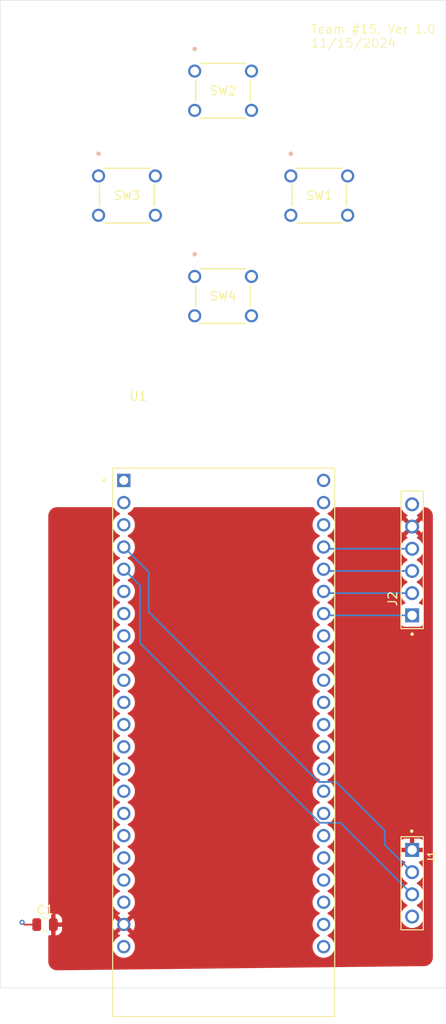
<source format=kicad_pcb>
(kicad_pcb (version 20240108) (generator "pcbnew") (generator_version "8.0")
  (layers (0 "F.Cu" signal) (1 "In1.Cu" signal) (2 "In2.Cu" signal) (31 "B.Cu" signal) (34 "B.Paste" user) (35 "F.Paste" user) (36 "B.SilkS" user "B.Silkscreen") (37 "F.SilkS" user "F.Silkscreen") (38 "B.Mask" user) (39 "F.Mask" user) (44 "Edge.Cuts" user))
  (net 0 "")
  (net 1 "/5V")
  (net 2 "GND")
  (net 3 "/SCL")
  (net 4 "/SDA")
  (net 5 "/SCK")
  (net 6 "/MOSI")
  (net 7 "/CS")
  (net 8 "/MISO")
  (net 9 "/IO14")
  (net 10 "/IO10")
  (net 11 "/IO15")
  (net 12 "/IO13")
  (net 15 "Net-(U1-3V3-PadJ1_1)")
  (footprint "b3f-1020:SW_B3F-1000_OMR" (layer "F.Cu") (at 110.249999 58.6049)
    (property "Reference" "SW2" (at 3.250001 2.250001 0) (layer "F.SilkS"))
    (property "Value" "B3F-1020")
    (fp_circle (center 0 -2.54) (end 0.127 -2.54) (stroke (width 0.254)) (fill none) (layer "B.SilkS"))
    (fp_line (start 0.122999 1.079756) (end 0.122999 3.420245) (stroke (width 0.1524)) (layer "F.SilkS"))
    (fp_line (start 0.641772 5.377002) (end 5.85823 5.377002) (stroke (width 0.1524)) (layer "F.SilkS"))
    (fp_line (start 5.85823 -0.877001) (end 0.641772 -0.877001) (stroke (width 0.1524)) (layer "F.SilkS"))
    (fp_line (start 6.377003 3.420245) (end 6.377003 1.079756) (stroke (width 0.1524)) (layer "F.SilkS"))
    (fp_circle (center 0 -2.54) (end 0.127 -2.54) (stroke (width 0.254)) (fill none) (layer "F.SilkS"))
    (pad "1" thru_hole circle (at 0 0) (size 1.507998 1.507998) (drill 0.999998) (layers "*.Cu" "*.Mask") (net 10 "/IO10"))
    (pad "2" thru_hole circle (at 6.500002 0) (size 1.507998 1.507998) (drill 0.999998) (layers "*.Cu" "*.Mask") (net 10 "/IO10"))
    (pad "3" thru_hole circle (at 0 4.500001) (size 1.507998 1.507998) (drill 0.999998) (layers "*.Cu" "*.Mask") (net 2 "GND"))
    (pad "4" thru_hole circle (at 6.500002 4.500001) (size 1.507998 1.507998) (drill 0.999998) (layers "*.Cu" "*.Mask") (net 2 "GND"))
  )
  (footprint "PPTC041LFBN_RC:SULLINS_PPTC041LFBN-RC" (layer "F.Cu") (at 135.1282 151.529 -90)
    (property "Reference" "J1" (at -3.02 -2.208 90) (layer "F.SilkS") (effects (font (size 0.8 0.8))))
    (property "Value" "Conn_01x04_Socket")
    (fp_line (start -5.33 1.27) (end 5.33 1.27) (stroke (width 0.127)) (layer "F.SilkS"))
    (fp_line (start 5.33 1.27) (end 5.33 -1.27) (stroke (width 0.127)) (layer "F.SilkS"))
    (fp_line (start -5.33 -1.27) (end -5.33 1.27) (stroke (width 0.127)) (layer "F.SilkS"))
    (fp_line (start 5.33 -1.27) (end -5.33 -1.27) (stroke (width 0.127)) (layer "F.SilkS"))
    (fp_circle (center -5.96 0.05) (end -5.86 0.05) (stroke (width 0.2)) (fill none) (layer "F.SilkS"))
    (pad "1" thru_hole rect (at -3.81 0 270) (size 1.605 1.605) (drill 1.07) (layers "*.Cu" "*.Mask") (net 1 "/5V"))
    (pad "2" thru_hole circle (at -1.27 0 270) (size 1.605 1.605) (drill 1.07) (layers "*.Cu" "*.Mask") (net 4 "/SDA"))
    (pad "3" thru_hole circle (at 1.27 0 270) (size 1.605 1.605) (drill 1.07) (layers "*.Cu" "*.Mask") (net 3 "/SCL"))
    (pad "4" thru_hole circle (at 3.81 0 270) (size 1.605 1.605) (drill 1.07) (layers "*.Cu" "*.Mask") (net 2 "GND"))
  )
  (footprint "ESP32-S3-DEVKITC-1-N8R2:XCVR_ESP32-S3-DEVKITC-1-N8R2" (layer "F.Cu") (at 113.57 135.41)
    (property "Reference" "U1" (at -9.775 -39.605 0) (layer "F.SilkS"))
    (property "Value" "ESP32-S3-DEVKITC-1-N8R2")
    (fp_line (start -12.7 -31.37) (end 12.7 -31.37) (stroke (width 0.127)) (layer "F.SilkS"))
    (fp_line (start -12.7 31.37) (end -12.7 -31.37) (stroke (width 0.127)) (layer "F.SilkS"))
    (fp_line (start 12.7 -31.37) (end 12.7 31.37) (stroke (width 0.127)) (layer "F.SilkS"))
    (fp_line (start 12.7 31.37) (end -12.7 31.37) (stroke (width 0.127)) (layer "F.SilkS"))
    (fp_circle (center -13.716 -29.972) (end -13.616 -29.972) (stroke (width 0.2)) (fill none) (layer "F.SilkS"))
    (pad "J1_1" thru_hole rect (at -11.43 -29.97) (size 1.53 1.53) (drill 1.02) (layers "*.Cu" "*.Mask") (net 15 "Net-(U1-3V3-PadJ1_1)"))
    (pad "J1_2" thru_hole circle (at -11.43 -27.43) (size 1.53 1.53) (drill 1.02) (layers "*.Cu" "*.Mask") (net 15 "Net-(U1-3V3-PadJ1_1)"))
    (pad "J1_3" thru_hole circle (at -11.43 -24.89) (size 1.53 1.53) (drill 1.02) (layers "*.Cu" "*.Mask"))
    (pad "J1_4" thru_hole circle (at -11.43 -22.35) (size 1.53 1.53) (drill 1.02) (layers "*.Cu" "*.Mask") (net 4 "/SDA"))
    (pad "J1_5" thru_hole circle (at -11.43 -19.81) (size 1.53 1.53) (drill 1.02) (layers "*.Cu" "*.Mask") (net 3 "/SCL"))
    (pad "J1_6" thru_hole circle (at -11.43 -17.27) (size 1.53 1.53) (drill 1.02) (layers "*.Cu" "*.Mask"))
    (pad "J1_7" thru_hole circle (at -11.43 -14.73) (size 1.53 1.53) (drill 1.02) (layers "*.Cu" "*.Mask"))
    (pad "J1_8" thru_hole circle (at -11.43 -12.19) (size 1.53 1.53) (drill 1.02) (layers "*.Cu" "*.Mask") (net 11 "/IO15"))
    (pad "J1_9" thru_hole circle (at -11.43 -9.65) (size 1.53 1.53) (drill 1.02) (layers "*.Cu" "*.Mask"))
    (pad "J1_10" thru_hole circle (at -11.43 -7.11) (size 1.53 1.53) (drill 1.02) (layers "*.Cu" "*.Mask"))
    (pad "J1_11" thru_hole circle (at -11.43 -4.57) (size 1.53 1.53) (drill 1.02) (layers "*.Cu" "*.Mask"))
    (pad "J1_12" thru_hole circle (at -11.43 -2.03) (size 1.53 1.53) (drill 1.02) (layers "*.Cu" "*.Mask"))
    (pad "J1_13" thru_hole circle (at -11.43 0.51) (size 1.53 1.53) (drill 1.02) (layers "*.Cu" "*.Mask"))
    (pad "J1_14" thru_hole circle (at -11.43 3.05) (size 1.53 1.53) (drill 1.02) (layers "*.Cu" "*.Mask"))
    (pad "J1_15" thru_hole circle (at -11.43 5.59) (size 1.53 1.53) (drill 1.02) (layers "*.Cu" "*.Mask"))
    (pad "J1_16" thru_hole circle (at -11.43 8.13) (size 1.53 1.53) (drill 1.02) (layers "*.Cu" "*.Mask") (net 10 "/IO10"))
    (pad "J1_17" thru_hole circle (at -11.43 10.67) (size 1.53 1.53) (drill 1.02) (layers "*.Cu" "*.Mask"))
    (pad "J1_18" thru_hole circle (at -11.43 13.21) (size 1.53 1.53) (drill 1.02) (layers "*.Cu" "*.Mask"))
    (pad "J1_19" thru_hole circle (at -11.43 15.75) (size 1.53 1.53) (drill 1.02) (layers "*.Cu" "*.Mask") (net 12 "/IO13"))
    (pad "J1_20" thru_hole circle (at -11.43 18.29) (size 1.53 1.53) (drill 1.02) (layers "*.Cu" "*.Mask") (net 9 "/IO14"))
    (pad "J1_21" thru_hole circle (at -11.43 20.83) (size 1.53 1.53) (drill 1.02) (layers "*.Cu" "*.Mask") (net 1 "/5V"))
    (pad "J1_22" thru_hole circle (at -11.43 23.37) (size 1.53 1.53) (drill 1.02) (layers "*.Cu" "*.Mask") (net 2 "GND"))
    (pad "J3_1" thru_hole circle (at 11.43 -29.97) (size 1.53 1.53) (drill 1.02) (layers "*.Cu" "*.Mask") (net 2 "GND"))
    (pad "J3_2" thru_hole circle (at 11.43 -27.43) (size 1.53 1.53) (drill 1.02) (layers "*.Cu" "*.Mask"))
    (pad "J3_3" thru_hole circle (at 11.43 -24.89) (size 1.53 1.53) (drill 1.02) (layers "*.Cu" "*.Mask"))
    (pad "J3_4" thru_hole circle (at 11.43 -22.35) (size 1.53 1.53) (drill 1.02) (layers "*.Cu" "*.Mask") (net 8 "/MISO"))
    (pad "J3_5" thru_hole circle (at 11.43 -19.81) (size 1.53 1.53) (drill 1.02) (layers "*.Cu" "*.Mask") (net 6 "/MOSI"))
    (pad "J3_6" thru_hole circle (at 11.43 -17.27) (size 1.53 1.53) (drill 1.02) (layers "*.Cu" "*.Mask") (net 5 "/SCK"))
    (pad "J3_7" thru_hole circle (at 11.43 -14.73) (size 1.53 1.53) (drill 1.02) (layers "*.Cu" "*.Mask") (net 7 "/CS"))
    (pad "J3_8" thru_hole circle (at 11.43 -12.19) (size 1.53 1.53) (drill 1.02) (layers "*.Cu" "*.Mask"))
    (pad "J3_9" thru_hole circle (at 11.43 -9.65) (size 1.53 1.53) (drill 1.02) (layers "*.Cu" "*.Mask"))
    (pad "J3_10" thru_hole circle (at 11.43 -7.11) (size 1.53 1.53) (drill 1.02) (layers "*.Cu" "*.Mask"))
    (pad "J3_11" thru_hole circle (at 11.43 -4.57) (size 1.53 1.53) (drill 1.02) (layers "*.Cu" "*.Mask"))
    (pad "J3_12" thru_hole circle (at 11.43 -2.03) (size 1.53 1.53) (drill 1.02) (layers "*.Cu" "*.Mask"))
    (pad "J3_13" thru_hole circle (at 11.43 0.51) (size 1.53 1.53) (drill 1.02) (layers "*.Cu" "*.Mask"))
    (pad "J3_14" thru_hole circle (at 11.43 3.05) (size 1.53 1.53) (drill 1.02) (layers "*.Cu" "*.Mask"))
    (pad "J3_15" thru_hole circle (at 11.43 5.59) (size 1.53 1.53) (drill 1.02) (layers "*.Cu" "*.Mask"))
    (pad "J3_16" thru_hole circle (at 11.43 8.13) (size 1.53 1.53) (drill 1.02) (layers "*.Cu" "*.Mask"))
    (pad "J3_17" thru_hole circle (at 11.43 10.67) (size 1.53 1.53) (drill 1.02) (layers "*.Cu" "*.Mask"))
    (pad "J3_18" thru_hole circle (at 11.43 13.21) (size 1.53 1.53) (drill 1.02) (layers "*.Cu" "*.Mask"))
    (pad "J3_19" thru_hole circle (at 11.43 15.75) (size 1.53 1.53) (drill 1.02) (layers "*.Cu" "*.Mask"))
    (pad "J3_20" thru_hole circle (at 11.43 18.29) (size 1.53 1.53) (drill 1.02) (layers "*.Cu" "*.Mask"))
    (pad "J3_21" thru_hole circle (at 11.43 20.83) (size 1.53 1.53) (drill 1.02) (layers "*.Cu" "*.Mask") (net 2 "GND"))
    (pad "J3_22" thru_hole circle (at 11.43 23.37) (size 1.53 1.53) (drill 1.02) (layers "*.Cu" "*.Mask") (net 2 "GND"))
  )
  (footprint "b3f-1020:SW_B3F-1000_OMR" (layer "F.Cu") (at 110.249999 82.1049)
    (property "Reference" "SW4" (at 3.250001 2.250001 0) (layer "F.SilkS"))
    (property "Value" "B3F-1020")
    (fp_circle (center 0 -2.54) (end 0.127 -2.54) (stroke (width 0.254)) (fill none) (layer "B.SilkS"))
    (fp_line (start 0.122999 1.079756) (end 0.122999 3.420245) (stroke (width 0.1524)) (layer "F.SilkS"))
    (fp_line (start 0.641772 5.377002) (end 5.85823 5.377002) (stroke (width 0.1524)) (layer "F.SilkS"))
    (fp_line (start 5.85823 -0.877001) (end 0.641772 -0.877001) (stroke (width 0.1524)) (layer "F.SilkS"))
    (fp_line (start 6.377003 3.420245) (end 6.377003 1.079756) (stroke (width 0.1524)) (layer "F.SilkS"))
    (fp_circle (center 0 -2.54) (end 0.127 -2.54) (stroke (width 0.254)) (fill none) (layer "F.SilkS"))
    (pad "1" thru_hole circle (at 0 0) (size 1.507998 1.507998) (drill 0.999998) (layers "*.Cu" "*.Mask") (net 12 "/IO13"))
    (pad "2" thru_hole circle (at 6.500002 0) (size 1.507998 1.507998) (drill 0.999998) (layers "*.Cu" "*.Mask") (net 12 "/IO13"))
    (pad "3" thru_hole circle (at 0 4.500001) (size 1.507998 1.507998) (drill 0.999998) (layers "*.Cu" "*.Mask") (net 2 "GND"))
    (pad "4" thru_hole circle (at 6.500002 4.500001) (size 1.507998 1.507998) (drill 0.999998) (layers "*.Cu" "*.Mask") (net 2 "GND"))
  )
  (footprint "PPTC061LFBN_RC(1):SULLINS_PPTC061LFBN-RC" (layer "F.Cu") (at 135.1282 114.529 90)
    (property "Reference" "J2" (at -4.445 -2.2225 90) (layer "F.SilkS"))
    (property "Value" "Conn_01x06_Socket")
    (fp_line (start 7.87 -1.27) (end -7.87 -1.27) (stroke (width 0.127)) (layer "F.SilkS"))
    (fp_line (start -7.87 -1.27) (end -7.87 1.27) (stroke (width 0.127)) (layer "F.SilkS"))
    (fp_line (start 7.87 1.27) (end 7.87 -1.27) (stroke (width 0.127)) (layer "F.SilkS"))
    (fp_line (start -7.87 1.27) (end 7.87 1.27) (stroke (width 0.127)) (layer "F.SilkS"))
    (fp_circle (center -8.5 0) (end -8.4 0) (stroke (width 0.2)) (fill none) (layer "F.SilkS"))
    (pad "1" thru_hole rect (at -6.35 0 90) (size 1.605 1.605) (drill 1.07) (layers "*.Cu" "*.Mask") (net 7 "/CS"))
    (pad "2" thru_hole circle (at -3.81 0 90) (size 1.605 1.605) (drill 1.07) (layers "*.Cu" "*.Mask") (net 5 "/SCK"))
    (pad "3" thru_hole circle (at -1.27 0 90) (size 1.605 1.605) (drill 1.07) (layers "*.Cu" "*.Mask") (net 6 "/MOSI"))
    (pad "4" thru_hole circle (at 1.27 0 90) (size 1.605 1.605) (drill 1.07) (layers "*.Cu" "*.Mask") (net 8 "/MISO"))
    (pad "5" thru_hole circle (at 3.81 0 90) (size 1.605 1.605) (drill 1.07) (layers "*.Cu" "*.Mask") (net 1 "/5V"))
    (pad "6" thru_hole circle (at 6.35 0 90) (size 1.605 1.605) (drill 1.07) (layers "*.Cu" "*.Mask") (net 2 "GND"))
  )
  (footprint "Capacitor_SMD:C_0805_2012Metric" (layer "F.Cu") (at 93.1282 156.259)
    (property "Reference" "C1" (at 0 -1.68 0) (layer "F.SilkS"))
    (property "Value" "100pF, 0.1nF")
    (fp_line (start -0.261252 -0.735) (end 0.261252 -0.735) (stroke (width 0.12)) (layer "F.SilkS"))
    (fp_line (start -0.261252 0.735) (end 0.261252 0.735) (stroke (width 0.12)) (layer "F.SilkS"))
    (pad "1" smd roundrect (at -0.95 0) (size 1 1.45) (layers "F.Cu" "F.Paste" "F.Mask") (net 2 "GND"))
    (pad "2" smd roundrect (at 0.95 0) (size 1 1.45) (layers "F.Cu" "F.Paste" "F.Mask") (net 1 "/5V"))
  )
  (footprint "b3f-1020:SW_B3F-1000_OMR" (layer "F.Cu") (at 121.249999 70.6049)
    (property "Reference" "SW1" (at 3.250001 2.250001 0) (layer "F.SilkS"))
    (property "Value" "B3F-1020")
    (fp_circle (center 0 -2.54) (end 0.127 -2.54) (stroke (width 0.254)) (fill none) (layer "B.SilkS"))
    (fp_line (start 0.122999 1.079756) (end 0.122999 3.420245) (stroke (width 0.1524)) (layer "F.SilkS"))
    (fp_line (start 0.641772 5.377002) (end 5.85823 5.377002) (stroke (width 0.1524)) (layer "F.SilkS"))
    (fp_line (start 5.85823 -0.877001) (end 0.641772 -0.877001) (stroke (width 0.1524)) (layer "F.SilkS"))
    (fp_line (start 6.377003 3.420245) (end 6.377003 1.079756) (stroke (width 0.1524)) (layer "F.SilkS"))
    (fp_circle (center 0 -2.54) (end 0.127 -2.54) (stroke (width 0.254)) (fill none) (layer "F.SilkS"))
    (pad "1" thru_hole circle (at 0 0) (size 1.507998 1.507998) (drill 0.999998) (layers "*.Cu" "*.Mask") (net 9 "/IO14"))
    (pad "2" thru_hole circle (at 6.500002 0) (size 1.507998 1.507998) (drill 0.999998) (layers "*.Cu" "*.Mask") (net 9 "/IO14"))
    (pad "3" thru_hole circle (at 0 4.500001) (size 1.507998 1.507998) (drill 0.999998) (layers "*.Cu" "*.Mask") (net 2 "GND"))
    (pad "4" thru_hole circle (at 6.500002 4.500001) (size 1.507998 1.507998) (drill 0.999998) (layers "*.Cu" "*.Mask") (net 2 "GND"))
  )
  (footprint "b3f-1020:SW_B3F-1000_OMR" (layer "F.Cu") (at 99.249999 70.6049)
    (property "Reference" "SW3" (at 3.250001 2.250001 0) (layer "F.SilkS"))
    (property "Value" "B3F-1020")
    (fp_circle (center 0 -2.54) (end 0.127 -2.54) (stroke (width 0.254)) (fill none) (layer "B.SilkS"))
    (fp_line (start 0.122999 1.079756) (end 0.122999 3.420245) (stroke (width 0.1524)) (layer "F.SilkS"))
    (fp_line (start 0.641772 5.377002) (end 5.85823 5.377002) (stroke (width 0.1524)) (layer "F.SilkS"))
    (fp_line (start 5.85823 -0.877001) (end 0.641772 -0.877001) (stroke (width 0.1524)) (layer "F.SilkS"))
    (fp_line (start 6.377003 3.420245) (end 6.377003 1.079756) (stroke (width 0.1524)) (layer "F.SilkS"))
    (fp_circle (center 0 -2.54) (end 0.127 -2.54) (stroke (width 0.254)) (fill none) (layer "F.SilkS"))
    (pad "1" thru_hole circle (at 0 0) (size 1.507998 1.507998) (drill 0.999998) (layers "*.Cu" "*.Mask") (net 11 "/IO15"))
    (pad "2" thru_hole circle (at 6.500002 0) (size 1.507998 1.507998) (drill 0.999998) (layers "*.Cu" "*.Mask") (net 11 "/IO15"))
    (pad "3" thru_hole circle (at 0 4.500001) (size 1.507998 1.507998) (drill 0.999998) (layers "*.Cu" "*.Mask") (net 2 "GND"))
    (pad "4" thru_hole circle (at 6.500002 4.500001) (size 1.507998 1.507998) (drill 0.999998) (layers "*.Cu" "*.Mask") (net 2 "GND"))
  )
  (gr_rect (start 88 50.5) (end 139 163.5) (stroke (width 0.05)) (fill none) (layer "Edge.Cuts"))
  (gr_text "Team #15, Ver 1.0\n11/15/2024" (at 123.5 56 0) (layer "F.SilkS") (effects (font (size 1 1) (thickness 0.1)) (justify left bottom)))
  (segment (start 102.121 156.259) (end 102.14 156.24) (width 0.2) (layer "F.Cu") (net 1))
  (segment (start 90.759 156.259) (end 92.1782 156.259) (width 0.2) (layer "F.Cu") (net 2))
  (segment (start 90.759 156.259) (end 90.5 156) (width 0.2) (layer "F.Cu") (net 2))
  (via (at 90.5 156) (size 0.6) (drill 0.3) (layers "F.Cu" "B.Cu") (net 2))
  (segment (start 104 117.46) (end 102.14 115.6) (width 0.2) (layer "B.Cu") (net 3))
  (segment (start 124.558862 144.605) (end 104 124.046138) (width 0.2) (layer "B.Cu") (net 3))
  (segment (start 104 124.046138) (end 104 117.46) (width 0.2) (layer "B.Cu") (net 3))
  (segment (start 135.1282 152.799) (end 126.9342 144.605) (width 0.2) (layer "B.Cu") (net 3))
  (segment (start 126.9342 144.605) (end 124.558862 144.605) (width 0.2) (layer "B.Cu") (net 3))
  (segment (start 135.1282 150.259) (end 132 147.1308) (width 0.2) (layer "B.Cu") (net 4))
  (segment (start 132 147.1308) (end 132 145.5) (width 0.2) (layer "B.Cu") (net 4))
  (segment (start 105 120.5) (end 105 115.92) (width 0.2) (layer "B.Cu") (net 4))
  (segment (start 124.435 139.935) (end 105 120.5) (width 0.2) (layer "B.Cu") (net 4))
  (segment (start 132 145.5) (end 126.435 139.935) (width 0.2) (layer "B.Cu") (net 4))
  (segment (start 105 115.92) (end 102.14 113.06) (width 0.2) (layer "B.Cu") (net 4))
  (segment (start 126.435 139.935) (end 124.435 139.935) (width 0.2) (layer "B.Cu") (net 4))
  (segment (start 135.1282 118.339) (end 125.199 118.339) (width 0.2) (layer "B.Cu") (net 5))
  (segment (start 125.199 118.339) (end 125 118.14) (width 0.2) (layer "B.Cu") (net 5))
  (segment (start 135.1282 115.799) (end 125.199 115.799) (width 0.2) (layer "B.Cu") (net 6))
  (segment (start 125.199 115.799) (end 125 115.6) (width 0.2) (layer "B.Cu") (net 6))
  (segment (start 135.1282 120.879) (end 125.199 120.879) (width 0.2) (layer "B.Cu") (net 7))
  (segment (start 125.199 120.879) (end 125 120.68) (width 0.2) (layer "B.Cu") (net 7))
  (segment (start 135.1282 113.259) (end 125.199 113.259) (width 0.2) (layer "B.Cu") (net 8))
  (segment (start 125.199 113.259) (end 125 113.06) (width 0.2) (layer "B.Cu") (net 8))
  (zone (net 1) (net_name "/5V") (layer "F.Cu") (priority 1) (connect_pads (clearance 0.5)) (min_thickness 0.25) (fill yes (thermal_gap 0.5) (thermal_bridge_width 0.5) (smoothing fillet) (radius 1))
    (polygon (pts (xy 137.5 108.5) (xy 137.5 161) (xy 93.5 161.5) (xy 93.5 108.5)))
  )
)
</source>
